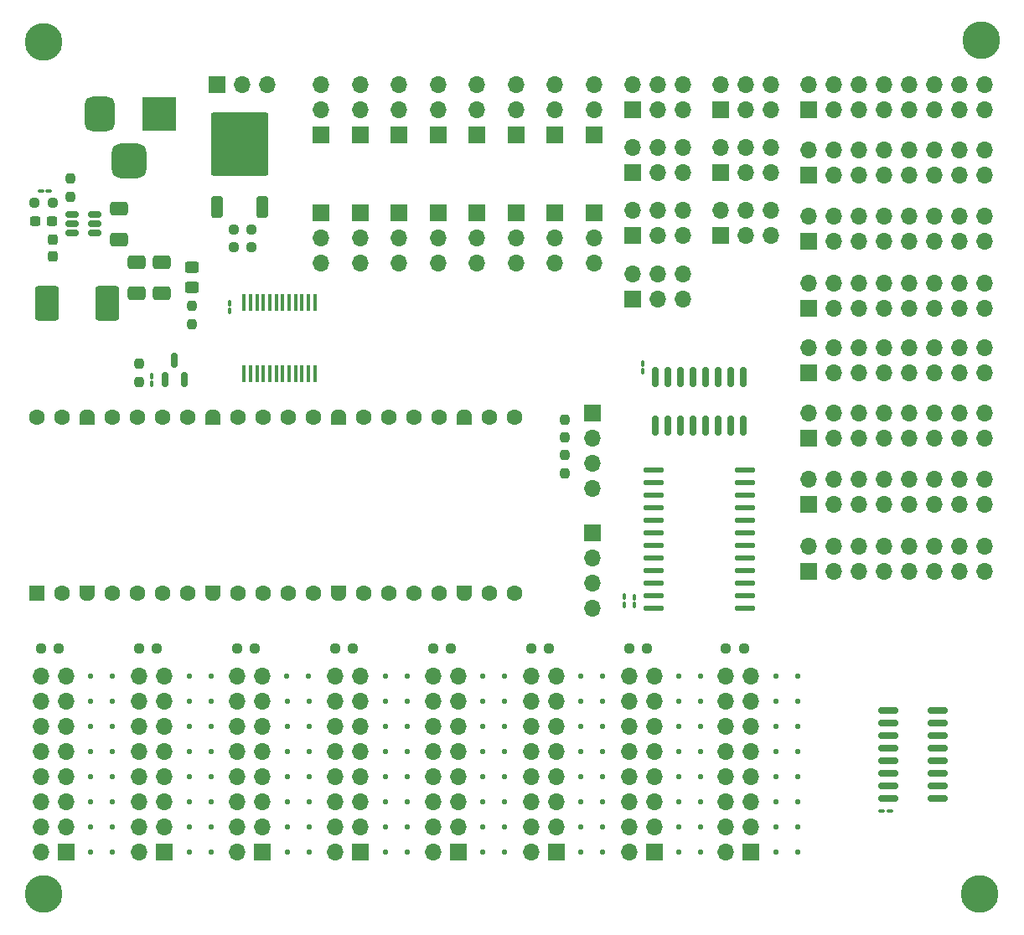
<source format=gbr>
%TF.GenerationSoftware,KiCad,Pcbnew,8.0.8*%
%TF.CreationDate,2025-03-09T11:30:45-03:00*%
%TF.ProjectId,pi_controller,70695f63-6f6e-4747-926f-6c6c65722e6b,1.0*%
%TF.SameCoordinates,Original*%
%TF.FileFunction,Soldermask,Top*%
%TF.FilePolarity,Negative*%
%FSLAX46Y46*%
G04 Gerber Fmt 4.6, Leading zero omitted, Abs format (unit mm)*
G04 Created by KiCad (PCBNEW 8.0.8) date 2025-03-09 11:30:45*
%MOMM*%
%LPD*%
G01*
G04 APERTURE LIST*
G04 Aperture macros list*
%AMRoundRect*
0 Rectangle with rounded corners*
0 $1 Rounding radius*
0 $2 $3 $4 $5 $6 $7 $8 $9 X,Y pos of 4 corners*
0 Add a 4 corners polygon primitive as box body*
4,1,4,$2,$3,$4,$5,$6,$7,$8,$9,$2,$3,0*
0 Add four circle primitives for the rounded corners*
1,1,$1+$1,$2,$3*
1,1,$1+$1,$4,$5*
1,1,$1+$1,$6,$7*
1,1,$1+$1,$8,$9*
0 Add four rect primitives between the rounded corners*
20,1,$1+$1,$2,$3,$4,$5,0*
20,1,$1+$1,$4,$5,$6,$7,0*
20,1,$1+$1,$6,$7,$8,$9,0*
20,1,$1+$1,$8,$9,$2,$3,0*%
%AMFreePoly0*
4,1,28,0.605014,0.794986,0.644504,0.794986,0.724698,0.756366,0.780194,0.686777,0.800000,0.600000,0.800000,-0.600000,0.780194,-0.686777,0.724698,-0.756366,0.644504,-0.794986,0.605014,-0.794986,0.600000,-0.800000,0.000000,-0.800000,-0.178017,-0.779942,-0.347107,-0.720775,-0.498792,-0.625465,-0.625465,-0.498792,-0.720775,-0.347107,-0.779942,-0.178017,-0.800000,0.000000,-0.779942,0.178017,
-0.720775,0.347107,-0.625465,0.498792,-0.498792,0.625465,-0.347107,0.720775,-0.178017,0.779942,0.000000,0.800000,0.600000,0.800000,0.605014,0.794986,0.605014,0.794986,$1*%
%AMFreePoly1*
4,1,28,0.178017,0.779942,0.347107,0.720775,0.498792,0.625465,0.625465,0.498792,0.720775,0.347107,0.779942,0.178017,0.800000,0.000000,0.779942,-0.178017,0.720775,-0.347107,0.625465,-0.498792,0.498792,-0.625465,0.347107,-0.720775,0.178017,-0.779942,0.000000,-0.800000,-0.600000,-0.800000,-0.605014,-0.794986,-0.644504,-0.794986,-0.724698,-0.756366,-0.780194,-0.686777,-0.800000,-0.600000,
-0.800000,0.600000,-0.780194,0.686777,-0.724698,0.756366,-0.644504,0.794986,-0.605014,0.794986,-0.600000,0.800000,0.000000,0.800000,0.178017,0.779942,0.178017,0.779942,$1*%
G04 Aperture macros list end*
%ADD10R,3.500000X3.500000*%
%ADD11RoundRect,0.750000X-0.750000X-1.000000X0.750000X-1.000000X0.750000X1.000000X-0.750000X1.000000X0*%
%ADD12RoundRect,0.875000X-0.875000X-0.875000X0.875000X-0.875000X0.875000X0.875000X-0.875000X0.875000X0*%
%ADD13RoundRect,0.200000X0.600000X-0.600000X0.600000X0.600000X-0.600000X0.600000X-0.600000X-0.600000X0*%
%ADD14C,1.600000*%
%ADD15FreePoly0,90.000000*%
%ADD16FreePoly1,90.000000*%
%ADD17C,2.600000*%
%ADD18C,3.800000*%
%ADD19R,1.700000X1.700000*%
%ADD20O,1.700000X1.700000*%
%ADD21RoundRect,0.250000X-0.925000X-1.500000X0.925000X-1.500000X0.925000X1.500000X-0.925000X1.500000X0*%
%ADD22R,0.450000X1.750000*%
%ADD23RoundRect,0.137500X-0.862500X-0.137500X0.862500X-0.137500X0.862500X0.137500X-0.862500X0.137500X0*%
%ADD24RoundRect,0.150000X0.150000X-0.825000X0.150000X0.825000X-0.150000X0.825000X-0.150000X-0.825000X0*%
%ADD25RoundRect,0.150000X0.825000X0.150000X-0.825000X0.150000X-0.825000X-0.150000X0.825000X-0.150000X0*%
%ADD26RoundRect,0.150000X0.150000X-0.587500X0.150000X0.587500X-0.150000X0.587500X-0.150000X-0.587500X0*%
%ADD27RoundRect,0.150000X0.512500X0.150000X-0.512500X0.150000X-0.512500X-0.150000X0.512500X-0.150000X0*%
%ADD28RoundRect,0.237500X0.250000X0.237500X-0.250000X0.237500X-0.250000X-0.237500X0.250000X-0.237500X0*%
%ADD29RoundRect,0.237500X-0.237500X0.250000X-0.237500X-0.250000X0.237500X-0.250000X0.237500X0.250000X0*%
%ADD30RoundRect,0.237500X-0.250000X-0.237500X0.250000X-0.237500X0.250000X0.237500X-0.250000X0.237500X0*%
%ADD31RoundRect,0.237500X0.237500X-0.250000X0.237500X0.250000X-0.237500X0.250000X-0.237500X-0.250000X0*%
%ADD32RoundRect,0.250000X0.350000X-0.850000X0.350000X0.850000X-0.350000X0.850000X-0.350000X-0.850000X0*%
%ADD33RoundRect,0.249997X2.650003X-2.950003X2.650003X2.950003X-2.650003X2.950003X-2.650003X-2.950003X0*%
%ADD34RoundRect,0.125000X0.125000X0.125000X-0.125000X0.125000X-0.125000X-0.125000X0.125000X-0.125000X0*%
%ADD35RoundRect,0.250000X-0.450000X0.325000X-0.450000X-0.325000X0.450000X-0.325000X0.450000X0.325000X0*%
%ADD36RoundRect,0.100000X-0.100000X0.217500X-0.100000X-0.217500X0.100000X-0.217500X0.100000X0.217500X0*%
%ADD37RoundRect,0.100000X0.100000X-0.217500X0.100000X0.217500X-0.100000X0.217500X-0.100000X-0.217500X0*%
%ADD38RoundRect,0.100000X-0.217500X-0.100000X0.217500X-0.100000X0.217500X0.100000X-0.217500X0.100000X0*%
%ADD39RoundRect,0.250000X-0.650000X0.412500X-0.650000X-0.412500X0.650000X-0.412500X0.650000X0.412500X0*%
%ADD40RoundRect,0.100000X0.217500X0.100000X-0.217500X0.100000X-0.217500X-0.100000X0.217500X-0.100000X0*%
%ADD41RoundRect,0.237500X-0.237500X0.300000X-0.237500X-0.300000X0.237500X-0.300000X0.237500X0.300000X0*%
%ADD42RoundRect,0.237500X-0.300000X-0.237500X0.300000X-0.237500X0.300000X0.237500X-0.300000X0.237500X0*%
%ADD43RoundRect,0.250000X0.650000X-0.412500X0.650000X0.412500X-0.650000X0.412500X-0.650000X-0.412500X0*%
G04 APERTURE END LIST*
D10*
%TO.C,J2*%
X103409000Y-66098500D03*
D11*
X97409000Y-66098500D03*
D12*
X100409000Y-70798500D03*
%TD*%
D13*
%TO.C,U4*%
X91059000Y-114554000D03*
D14*
X93599000Y-114554000D03*
D15*
X96139000Y-114554000D03*
D14*
X98679000Y-114554000D03*
X101219000Y-114554000D03*
X103759000Y-114554000D03*
X106299000Y-114554000D03*
D15*
X108839000Y-114554000D03*
D14*
X111379000Y-114554000D03*
X113919000Y-114554000D03*
X116459000Y-114554000D03*
X118999000Y-114554000D03*
D15*
X121539000Y-114554000D03*
D14*
X124079000Y-114554000D03*
X126619000Y-114554000D03*
X129159000Y-114554000D03*
X131699000Y-114554000D03*
D15*
X134239000Y-114554000D03*
D14*
X136779000Y-114554000D03*
X139319000Y-114554000D03*
X139319000Y-96774000D03*
X136779000Y-96774000D03*
D16*
X134239000Y-96774000D03*
D14*
X131699000Y-96774000D03*
X129159000Y-96774000D03*
X126619000Y-96774000D03*
X124079000Y-96774000D03*
D16*
X121539000Y-96774000D03*
D14*
X118999000Y-96774000D03*
X116459000Y-96774000D03*
X113919000Y-96774000D03*
X111379000Y-96774000D03*
D16*
X108839000Y-96774000D03*
D14*
X106299000Y-96774000D03*
X103759000Y-96774000D03*
X101219000Y-96774000D03*
X98679000Y-96774000D03*
D16*
X96139000Y-96774000D03*
D14*
X93599000Y-96774000D03*
X91059000Y-96774000D03*
%TD*%
D17*
%TO.C,H3*%
X91694000Y-144907000D03*
D18*
X91694000Y-144907000D03*
%TD*%
D17*
%TO.C,H2*%
X186436000Y-58674000D03*
D18*
X186436000Y-58674000D03*
%TD*%
D17*
%TO.C,H1*%
X91694000Y-58801000D03*
D18*
X91694000Y-58801000D03*
%TD*%
D17*
%TO.C,H4*%
X186309000Y-144907000D03*
D18*
X186309000Y-144907000D03*
%TD*%
D19*
%TO.C,J23*%
X160147000Y-65659000D03*
D20*
X160147000Y-63119000D03*
X162687000Y-65659000D03*
X162687000Y-63119000D03*
X165227000Y-65659000D03*
X165227000Y-63119000D03*
%TD*%
D19*
%TO.C,J22*%
X151257000Y-65659000D03*
D20*
X151257000Y-63119000D03*
X153797000Y-65659000D03*
X153797000Y-63119000D03*
X156337000Y-65659000D03*
X156337000Y-63119000D03*
%TD*%
D19*
%TO.C,J21*%
X151272000Y-78363999D03*
D20*
X151272000Y-75823999D03*
X153812000Y-78363999D03*
X153812000Y-75823999D03*
X156352000Y-78363999D03*
X156352000Y-75823999D03*
%TD*%
D19*
%TO.C,J20*%
X160147000Y-72009000D03*
D20*
X160147000Y-69469000D03*
X162687000Y-72009000D03*
X162687000Y-69469000D03*
X165227000Y-72009000D03*
X165227000Y-69469000D03*
%TD*%
D19*
%TO.C,J19*%
X160147000Y-78359000D03*
D20*
X160147000Y-75819000D03*
X162687000Y-78359000D03*
X162687000Y-75819000D03*
X165227000Y-78359000D03*
X165227000Y-75819000D03*
%TD*%
D19*
%TO.C,J18*%
X151257000Y-72009000D03*
D20*
X151257000Y-69469000D03*
X153797000Y-72009000D03*
X153797000Y-69469000D03*
X156337000Y-72009000D03*
X156337000Y-69469000D03*
%TD*%
D19*
%TO.C,J17*%
X151272000Y-84756332D03*
D20*
X151272000Y-82216332D03*
X153812000Y-84756332D03*
X153812000Y-82216332D03*
X156352000Y-84756332D03*
X156352000Y-82216332D03*
%TD*%
%TO.C,J43*%
X160688000Y-122936000D03*
X163228000Y-122936000D03*
X160688000Y-125476000D03*
X163228000Y-125476000D03*
X160688000Y-128016000D03*
X163228000Y-128016000D03*
X160688000Y-130556000D03*
X163228000Y-130556000D03*
X160688000Y-133096000D03*
X163228000Y-133096000D03*
X160688000Y-135636000D03*
X163228000Y-135636000D03*
X160688000Y-138176000D03*
X163228000Y-138176000D03*
X160688000Y-140716000D03*
D19*
X163228000Y-140716000D03*
%TD*%
%TO.C,J42*%
X153416000Y-140716000D03*
D20*
X150876000Y-140716000D03*
X153416000Y-138176000D03*
X150876000Y-138176000D03*
X153416000Y-135636000D03*
X150876000Y-135636000D03*
X153416000Y-133096000D03*
X150876000Y-133096000D03*
X153416000Y-130556000D03*
X150876000Y-130556000D03*
X153416000Y-128016000D03*
X150876000Y-128016000D03*
X153416000Y-125476000D03*
X150876000Y-125476000D03*
X153416000Y-122936000D03*
X150876000Y-122936000D03*
%TD*%
D19*
%TO.C,J41*%
X143510000Y-140716000D03*
D20*
X140970000Y-140716000D03*
X143510000Y-138176000D03*
X140970000Y-138176000D03*
X143510000Y-135636000D03*
X140970000Y-135636000D03*
X143510000Y-133096000D03*
X140970000Y-133096000D03*
X143510000Y-130556000D03*
X140970000Y-130556000D03*
X143510000Y-128016000D03*
X140970000Y-128016000D03*
X143510000Y-125476000D03*
X140970000Y-125476000D03*
X143510000Y-122936000D03*
X140970000Y-122936000D03*
%TD*%
D19*
%TO.C,J40*%
X123698000Y-140700210D03*
D20*
X121158000Y-140700210D03*
X123698000Y-138160210D03*
X121158000Y-138160210D03*
X123698000Y-135620210D03*
X121158000Y-135620210D03*
X123698000Y-133080210D03*
X121158000Y-133080210D03*
X123698000Y-130540210D03*
X121158000Y-130540210D03*
X123698000Y-128000210D03*
X121158000Y-128000210D03*
X123698000Y-125460210D03*
X121158000Y-125460210D03*
X123698000Y-122920210D03*
X121158000Y-122920210D03*
%TD*%
%TO.C,J37*%
X101346000Y-122936000D03*
X103886000Y-122936000D03*
X101346000Y-125476000D03*
X103886000Y-125476000D03*
X101346000Y-128016000D03*
X103886000Y-128016000D03*
X101346000Y-130556000D03*
X103886000Y-130556000D03*
X101346000Y-133096000D03*
X103886000Y-133096000D03*
X101346000Y-135636000D03*
X103886000Y-135636000D03*
X101346000Y-138176000D03*
X103886000Y-138176000D03*
X101346000Y-140716000D03*
D19*
X103886000Y-140716000D03*
%TD*%
D20*
%TO.C,J36*%
X91440000Y-122936000D03*
X93980000Y-122936000D03*
X91440000Y-125476000D03*
X93980000Y-125476000D03*
X91440000Y-128016000D03*
X93980000Y-128016000D03*
X91440000Y-130556000D03*
X93980000Y-130556000D03*
X91440000Y-133096000D03*
X93980000Y-133096000D03*
X91440000Y-135636000D03*
X93980000Y-135636000D03*
X91440000Y-138176000D03*
X93980000Y-138176000D03*
X91440000Y-140716000D03*
D19*
X93980000Y-140716000D03*
%TD*%
D21*
%TO.C,L1*%
X92075000Y-85257011D03*
X98125000Y-85257011D03*
%TD*%
D22*
%TO.C,U2*%
X111995000Y-92373000D03*
X112645000Y-92373000D03*
X113295000Y-92373000D03*
X113945000Y-92373000D03*
X114595000Y-92373000D03*
X115245000Y-92373000D03*
X115895000Y-92373000D03*
X116545000Y-92373000D03*
X117195000Y-92373000D03*
X117845000Y-92373000D03*
X118495000Y-92373000D03*
X119145000Y-92373000D03*
X119145000Y-85173000D03*
X118495000Y-85173000D03*
X117845000Y-85173000D03*
X117195000Y-85173000D03*
X116545000Y-85173000D03*
X115895000Y-85173000D03*
X115245000Y-85173000D03*
X114595000Y-85173000D03*
X113945000Y-85173000D03*
X113295000Y-85173000D03*
X112645000Y-85173000D03*
X111995000Y-85173000D03*
%TD*%
D23*
%TO.C,U6*%
X162638000Y-102108000D03*
X162638000Y-103378000D03*
X162638000Y-104648000D03*
X162638000Y-105918000D03*
X162638000Y-107188000D03*
X162638000Y-108458000D03*
X162638000Y-109728000D03*
X162638000Y-110998000D03*
X162638000Y-112268000D03*
X162638000Y-113538000D03*
X162638000Y-114808000D03*
X162638000Y-116078000D03*
X153338000Y-116078000D03*
X153338000Y-114808000D03*
X153338000Y-113538000D03*
X153338000Y-112268000D03*
X153338000Y-110998000D03*
X153338000Y-109728000D03*
X153338000Y-108458000D03*
X153338000Y-107188000D03*
X153338000Y-105918000D03*
X153338000Y-104648000D03*
X153338000Y-103378000D03*
X153338000Y-102108000D03*
%TD*%
D24*
%TO.C,U5*%
X153543000Y-97598000D03*
X154813000Y-97598000D03*
X156083000Y-97598000D03*
X157353000Y-97598000D03*
X158623000Y-97598000D03*
X159893000Y-97598000D03*
X161163000Y-97598000D03*
X162433000Y-97598000D03*
X162433000Y-92648000D03*
X161163000Y-92648000D03*
X159893000Y-92648000D03*
X158623000Y-92648000D03*
X157353000Y-92648000D03*
X156083000Y-92648000D03*
X154813000Y-92648000D03*
X153543000Y-92648000D03*
%TD*%
D25*
%TO.C,U7*%
X182053000Y-135255000D03*
X182053000Y-133985000D03*
X182053000Y-132715000D03*
X182053000Y-131445000D03*
X182053000Y-130175000D03*
X182053000Y-128905000D03*
X182053000Y-127635000D03*
X182053000Y-126365000D03*
X177103000Y-126365000D03*
X177103000Y-127635000D03*
X177103000Y-128905000D03*
X177103000Y-130175000D03*
X177103000Y-131445000D03*
X177103000Y-132715000D03*
X177103000Y-133985000D03*
X177103000Y-135255000D03*
%TD*%
D26*
%TO.C,U3*%
X104018000Y-92885500D03*
X105918000Y-92885500D03*
X104968000Y-91010500D03*
%TD*%
D27*
%TO.C,U1*%
X96890000Y-78122011D03*
X96890000Y-77172011D03*
X96890000Y-76222011D03*
X94615000Y-76222011D03*
X94615000Y-77172011D03*
X94615000Y-78122011D03*
%TD*%
D28*
%TO.C,R15*%
X160655000Y-120142000D03*
X162480000Y-120142000D03*
%TD*%
%TO.C,R14*%
X152701000Y-120142000D03*
X150876000Y-120142000D03*
%TD*%
%TO.C,R16*%
X142795000Y-120142000D03*
X140970000Y-120142000D03*
%TD*%
%TO.C,R13*%
X132889000Y-120142000D03*
X131064000Y-120142000D03*
%TD*%
%TO.C,R12*%
X122983000Y-120126210D03*
X121158000Y-120126210D03*
%TD*%
%TO.C,R11*%
X103171000Y-120142000D03*
X101346000Y-120142000D03*
%TD*%
%TO.C,R9*%
X93265000Y-120142000D03*
X91440000Y-120142000D03*
%TD*%
D29*
%TO.C,R6*%
X101346000Y-91338000D03*
X101346000Y-93163000D03*
%TD*%
D28*
%TO.C,R5*%
X112767500Y-79537000D03*
X110942500Y-79537000D03*
%TD*%
D29*
%TO.C,R4*%
X106680000Y-85515500D03*
X106680000Y-87340500D03*
%TD*%
D30*
%TO.C,R3*%
X110942500Y-77759000D03*
X112767500Y-77759000D03*
%TD*%
D28*
%TO.C,R2*%
X92633344Y-75063384D03*
X90808344Y-75063384D03*
%TD*%
D29*
%TO.C,R1*%
X94424338Y-74452127D03*
X94424338Y-72627127D03*
%TD*%
D31*
%TO.C,R8*%
X144399000Y-98806000D03*
X144399000Y-96981000D03*
%TD*%
D29*
%TO.C,R7*%
X144399000Y-100560500D03*
X144399000Y-102385500D03*
%TD*%
D32*
%TO.C,Q1*%
X113858500Y-75447000D03*
D33*
X111578500Y-69147000D03*
D32*
X109298500Y-75447000D03*
%TD*%
D19*
%TO.C,J25*%
X147320000Y-68199000D03*
D20*
X147320000Y-65659000D03*
X147320000Y-63119000D03*
%TD*%
D19*
%TO.C,J14*%
X139446000Y-68229000D03*
D20*
X139446000Y-65689000D03*
X139446000Y-63149000D03*
%TD*%
D19*
%TO.C,J3*%
X131572000Y-68229000D03*
D20*
X131572000Y-65689000D03*
X131572000Y-63149000D03*
%TD*%
D19*
%TO.C,J13*%
X123698000Y-68199000D03*
D20*
X123698000Y-65659000D03*
X123698000Y-63119000D03*
%TD*%
D19*
%TO.C,J12*%
X119761000Y-76118000D03*
D20*
X119761000Y-78658000D03*
X119761000Y-81198000D03*
%TD*%
D19*
%TO.C,J11*%
X127635000Y-76118000D03*
D20*
X127635000Y-78658000D03*
X127635000Y-81198000D03*
%TD*%
D19*
%TO.C,J10*%
X135509000Y-76118000D03*
D20*
X135509000Y-78658000D03*
X135509000Y-81198000D03*
%TD*%
D19*
%TO.C,J16*%
X143383000Y-76118000D03*
D20*
X143383000Y-78658000D03*
X143383000Y-81198000D03*
%TD*%
D19*
%TO.C,J15*%
X143383000Y-68199000D03*
D20*
X143383000Y-65659000D03*
X143383000Y-63119000D03*
%TD*%
D19*
%TO.C,J9*%
X135509000Y-68229000D03*
D20*
X135509000Y-65689000D03*
X135509000Y-63149000D03*
%TD*%
D19*
%TO.C,J6*%
X127635000Y-68229000D03*
D20*
X127635000Y-65689000D03*
X127635000Y-63149000D03*
%TD*%
D19*
%TO.C,J5*%
X119761000Y-68199000D03*
D20*
X119761000Y-65659000D03*
X119761000Y-63119000D03*
%TD*%
D19*
%TO.C,J4*%
X123698000Y-76118000D03*
D20*
X123698000Y-78658000D03*
X123698000Y-81198000D03*
%TD*%
D19*
%TO.C,J7*%
X131572000Y-76118000D03*
D20*
X131572000Y-78658000D03*
X131572000Y-81198000D03*
%TD*%
D19*
%TO.C,J8*%
X139446000Y-76118000D03*
D20*
X139446000Y-78658000D03*
X139446000Y-81198000D03*
%TD*%
D19*
%TO.C,J24*%
X147320000Y-76118000D03*
D20*
X147320000Y-78658000D03*
X147320000Y-81198000D03*
%TD*%
%TO.C,J1*%
X114315000Y-63119000D03*
X111775000Y-63119000D03*
D19*
X109235000Y-63119000D03*
%TD*%
%TO.C,J31*%
X147193000Y-108458000D03*
D20*
X147193000Y-110998000D03*
X147193000Y-113538000D03*
X147193000Y-116078000D03*
%TD*%
%TO.C,J30*%
X147193000Y-103896000D03*
X147193000Y-101356000D03*
X147193000Y-98816000D03*
D19*
X147193000Y-96276000D03*
%TD*%
D34*
%TO.C,D54*%
X165768000Y-122936000D03*
X167968000Y-122936000D03*
%TD*%
%TO.C,D47*%
X158151000Y-122936000D03*
X155951000Y-122936000D03*
%TD*%
%TO.C,D52*%
X165768000Y-125476000D03*
X167968000Y-125476000D03*
%TD*%
%TO.C,D37*%
X158151000Y-125476000D03*
X155951000Y-125476000D03*
%TD*%
%TO.C,D53*%
X165768000Y-128016000D03*
X167968000Y-128016000D03*
%TD*%
%TO.C,D49*%
X158151000Y-128016000D03*
X155951000Y-128016000D03*
%TD*%
%TO.C,D51*%
X165768000Y-130556000D03*
X167968000Y-130556000D03*
%TD*%
%TO.C,D39*%
X158151000Y-130556000D03*
X155951000Y-130556000D03*
%TD*%
%TO.C,D55*%
X165768000Y-133096000D03*
X167968000Y-133096000D03*
%TD*%
%TO.C,D38*%
X158151000Y-133096000D03*
X155951000Y-133096000D03*
%TD*%
%TO.C,D57*%
X165768000Y-135636000D03*
X167968000Y-135636000D03*
%TD*%
%TO.C,D50*%
X158151000Y-135636000D03*
X155951000Y-135636000D03*
%TD*%
%TO.C,D56*%
X165768000Y-138176000D03*
X167968000Y-138176000D03*
%TD*%
%TO.C,D48*%
X158151000Y-138176000D03*
X155951000Y-138176000D03*
%TD*%
%TO.C,D65*%
X165768000Y-140716000D03*
X167968000Y-140716000D03*
%TD*%
%TO.C,D63*%
X158151000Y-140716000D03*
X155951000Y-140716000D03*
%TD*%
%TO.C,D46*%
X148245163Y-122936000D03*
X146045163Y-122936000D03*
%TD*%
%TO.C,D19*%
X138334000Y-122936000D03*
X136134000Y-122936000D03*
%TD*%
%TO.C,D16*%
X126238000Y-122920210D03*
X128438000Y-122920210D03*
%TD*%
%TO.C,D45*%
X148245000Y-125476000D03*
X146045000Y-125476000D03*
%TD*%
%TO.C,D17*%
X138334000Y-125476000D03*
X136134000Y-125476000D03*
%TD*%
%TO.C,D18*%
X126238000Y-125460210D03*
X128438000Y-125460210D03*
%TD*%
%TO.C,D44*%
X148245000Y-128016000D03*
X146045000Y-128016000D03*
%TD*%
%TO.C,D20*%
X138334000Y-128016000D03*
X136134000Y-128016000D03*
%TD*%
%TO.C,D21*%
X126238000Y-128000210D03*
X128438000Y-128000210D03*
%TD*%
%TO.C,D43*%
X148245000Y-130556000D03*
X146045000Y-130556000D03*
%TD*%
%TO.C,D22*%
X138334000Y-130556000D03*
X136134000Y-130556000D03*
%TD*%
%TO.C,D23*%
X126238000Y-130540210D03*
X128438000Y-130540210D03*
%TD*%
%TO.C,D42*%
X148245000Y-133096000D03*
X146045000Y-133096000D03*
%TD*%
%TO.C,D24*%
X138334000Y-133096000D03*
X136134000Y-133096000D03*
%TD*%
%TO.C,D25*%
X126238000Y-133080210D03*
X128438000Y-133080210D03*
%TD*%
%TO.C,D41*%
X148245000Y-135636000D03*
X146045000Y-135636000D03*
%TD*%
%TO.C,D27*%
X138334000Y-135636000D03*
X136134000Y-135636000D03*
%TD*%
%TO.C,D28*%
X126238000Y-135620210D03*
X128438000Y-135620210D03*
%TD*%
%TO.C,D40*%
X148245000Y-138176000D03*
X146045000Y-138176000D03*
%TD*%
%TO.C,D30*%
X138334000Y-138176000D03*
X136134000Y-138176000D03*
%TD*%
%TO.C,D31*%
X126238000Y-138160210D03*
X128438000Y-138160210D03*
%TD*%
%TO.C,D64*%
X148245000Y-140716000D03*
X146045000Y-140716000D03*
%TD*%
%TO.C,D61*%
X138334000Y-140716000D03*
X136134000Y-140716000D03*
%TD*%
%TO.C,D62*%
X128438000Y-140700210D03*
X126238000Y-140700210D03*
%TD*%
%TO.C,D4*%
X106426000Y-122936000D03*
X108626000Y-122936000D03*
%TD*%
%TO.C,D3*%
X98715000Y-122936000D03*
X96515000Y-122936000D03*
%TD*%
%TO.C,D15*%
X106426000Y-125476000D03*
X108626000Y-125476000D03*
%TD*%
%TO.C,D5*%
X98715000Y-125476000D03*
X96515000Y-125476000D03*
%TD*%
%TO.C,D6*%
X108626000Y-128016000D03*
X106426000Y-128016000D03*
%TD*%
%TO.C,D7*%
X98715000Y-128016000D03*
X96515000Y-128016000D03*
%TD*%
%TO.C,D8*%
X106426000Y-130556000D03*
X108626000Y-130556000D03*
%TD*%
%TO.C,D9*%
X98715000Y-130556000D03*
X96515000Y-130556000D03*
%TD*%
%TO.C,D10*%
X106426000Y-133096000D03*
X108626000Y-133096000D03*
%TD*%
%TO.C,D11*%
X98715000Y-133096000D03*
X96515000Y-133096000D03*
%TD*%
%TO.C,D14*%
X106426000Y-135636000D03*
X108626000Y-135636000D03*
%TD*%
%TO.C,D2*%
X98715000Y-135636000D03*
X96515000Y-135636000D03*
%TD*%
%TO.C,D13*%
X106426000Y-138176000D03*
X108626000Y-138176000D03*
%TD*%
%TO.C,D12*%
X98715000Y-138176000D03*
X96515000Y-138176000D03*
%TD*%
%TO.C,D59*%
X106426000Y-140716000D03*
X108626000Y-140716000D03*
%TD*%
%TO.C,D58*%
X96515000Y-140716000D03*
X98715000Y-140716000D03*
%TD*%
D35*
%TO.C,D1*%
X106680000Y-83643000D03*
X106680000Y-81593000D03*
%TD*%
D36*
%TO.C,C1*%
X110490000Y-85183000D03*
X110490000Y-85998000D03*
%TD*%
%TO.C,C10*%
X150368000Y-115672000D03*
X150368000Y-114857000D03*
%TD*%
%TO.C,C11*%
X151384000Y-115723500D03*
X151384000Y-114908500D03*
%TD*%
D37*
%TO.C,C9*%
X152273000Y-91286500D03*
X152273000Y-92101500D03*
%TD*%
D38*
%TO.C,C12*%
X176403000Y-136525000D03*
X177218000Y-136525000D03*
%TD*%
D37*
%TO.C,C8*%
X102616000Y-93368500D03*
X102616000Y-92553500D03*
%TD*%
D39*
%TO.C,C3*%
X101092000Y-81076000D03*
X101092000Y-84201000D03*
%TD*%
%TO.C,C2*%
X103639244Y-81072946D03*
X103639244Y-84197946D03*
%TD*%
D40*
%TO.C,C7*%
X91466000Y-73852011D03*
X92281000Y-73852011D03*
%TD*%
D41*
%TO.C,C6*%
X92638432Y-78782030D03*
X92638432Y-80507030D03*
%TD*%
D42*
%TO.C,C5*%
X90858344Y-76946854D03*
X92583344Y-76946854D03*
%TD*%
D43*
%TO.C,C4*%
X99384096Y-78803123D03*
X99384096Y-75678123D03*
%TD*%
D20*
%TO.C,J39*%
X131064000Y-122936000D03*
X133604000Y-122936000D03*
X131064000Y-125476000D03*
X133604000Y-125476000D03*
X131064000Y-128016000D03*
X133604000Y-128016000D03*
X131064000Y-130556000D03*
X133604000Y-130556000D03*
X131064000Y-133096000D03*
X133604000Y-133096000D03*
X131064000Y-135636000D03*
X133604000Y-135636000D03*
X131064000Y-138176000D03*
X133604000Y-138176000D03*
X131064000Y-140716000D03*
D19*
X133604000Y-140716000D03*
%TD*%
D34*
%TO.C,D26*%
X116332000Y-128016000D03*
X118532000Y-128016000D03*
%TD*%
D28*
%TO.C,R10*%
X111252000Y-120142000D03*
X113077000Y-120142000D03*
%TD*%
D34*
%TO.C,D29*%
X118532000Y-125476000D03*
X116332000Y-125476000D03*
%TD*%
%TO.C,D32*%
X116332000Y-133096000D03*
X118532000Y-133096000D03*
%TD*%
%TO.C,D33*%
X118532000Y-135636000D03*
X116332000Y-135636000D03*
%TD*%
%TO.C,D34*%
X116332000Y-130556000D03*
X118532000Y-130556000D03*
%TD*%
%TO.C,D35*%
X116327000Y-122936000D03*
X118527000Y-122936000D03*
%TD*%
%TO.C,D36*%
X118532000Y-138176000D03*
X116332000Y-138176000D03*
%TD*%
%TO.C,D60*%
X118532000Y-140716000D03*
X116332000Y-140716000D03*
%TD*%
D19*
%TO.C,J38*%
X113792000Y-140716000D03*
D20*
X111252000Y-140716000D03*
X113792000Y-138176000D03*
X111252000Y-138176000D03*
X113792000Y-135636000D03*
X111252000Y-135636000D03*
X113792000Y-133096000D03*
X111252000Y-133096000D03*
X113792000Y-130556000D03*
X111252000Y-130556000D03*
X113792000Y-128016000D03*
X111252000Y-128016000D03*
X113792000Y-125476000D03*
X111252000Y-125476000D03*
X113792000Y-122936000D03*
X111252000Y-122936000D03*
%TD*%
%TO.C,J27*%
X186817000Y-83190000D03*
X186817000Y-85730000D03*
X184277000Y-83190000D03*
X184277000Y-85730000D03*
X181737000Y-83190000D03*
X181737000Y-85730000D03*
X179197000Y-83190000D03*
X179197000Y-85730000D03*
X176657000Y-83190000D03*
X176657000Y-85730000D03*
X174117000Y-83190000D03*
X174117000Y-85730000D03*
X171577000Y-83190000D03*
X171577000Y-85730000D03*
X169037000Y-83190000D03*
D19*
X169037000Y-85730000D03*
%TD*%
D20*
%TO.C,J28*%
X186817000Y-69723000D03*
X186817000Y-72263000D03*
X184277000Y-69723000D03*
X184277000Y-72263000D03*
X181737000Y-69723000D03*
X181737000Y-72263000D03*
X179197000Y-69723000D03*
X179197000Y-72263000D03*
X176657000Y-69723000D03*
X176657000Y-72263000D03*
X174117000Y-69723000D03*
X174117000Y-72263000D03*
X171577000Y-69723000D03*
X171577000Y-72263000D03*
X169037000Y-69723000D03*
D19*
X169037000Y-72263000D03*
%TD*%
D20*
%TO.C,J35*%
X186817000Y-89667000D03*
X186817000Y-92207000D03*
X184277000Y-89667000D03*
X184277000Y-92207000D03*
X181737000Y-89667000D03*
X181737000Y-92207000D03*
X179197000Y-89667000D03*
X179197000Y-92207000D03*
X176657000Y-89667000D03*
X176657000Y-92207000D03*
X174117000Y-89667000D03*
X174117000Y-92207000D03*
X171577000Y-89667000D03*
X171577000Y-92207000D03*
X169037000Y-89667000D03*
D19*
X169037000Y-92207000D03*
%TD*%
D20*
%TO.C,J29*%
X186817000Y-63119000D03*
X186817000Y-65659000D03*
X184277000Y-63119000D03*
X184277000Y-65659000D03*
X181737000Y-63119000D03*
X181737000Y-65659000D03*
X179197000Y-63119000D03*
X179197000Y-65659000D03*
X176657000Y-63119000D03*
X176657000Y-65659000D03*
X174117000Y-63119000D03*
X174117000Y-65659000D03*
X171577000Y-63119000D03*
X171577000Y-65659000D03*
X169037000Y-63119000D03*
D19*
X169037000Y-65659000D03*
%TD*%
D20*
%TO.C,J34*%
X186817000Y-103002000D03*
X186817000Y-105542000D03*
X184277000Y-103002000D03*
X184277000Y-105542000D03*
X181737000Y-103002000D03*
X181737000Y-105542000D03*
X179197000Y-103002000D03*
X179197000Y-105542000D03*
X176657000Y-103002000D03*
X176657000Y-105542000D03*
X174117000Y-103002000D03*
X174117000Y-105542000D03*
X171577000Y-103002000D03*
X171577000Y-105542000D03*
X169037000Y-103002000D03*
D19*
X169037000Y-105542000D03*
%TD*%
D20*
%TO.C,J26*%
X186817000Y-76454000D03*
X186817000Y-78994000D03*
X184277000Y-76454000D03*
X184277000Y-78994000D03*
X181737000Y-76454000D03*
X181737000Y-78994000D03*
X179197000Y-76454000D03*
X179197000Y-78994000D03*
X176657000Y-76454000D03*
X176657000Y-78994000D03*
X174117000Y-76454000D03*
X174117000Y-78994000D03*
X171577000Y-76454000D03*
X171577000Y-78994000D03*
X169037000Y-76454000D03*
D19*
X169037000Y-78994000D03*
%TD*%
D20*
%TO.C,J33*%
X186817000Y-109733000D03*
X186817000Y-112273000D03*
X184277000Y-109733000D03*
X184277000Y-112273000D03*
X181737000Y-109733000D03*
X181737000Y-112273000D03*
X179197000Y-109733000D03*
X179197000Y-112273000D03*
X176657000Y-109733000D03*
X176657000Y-112273000D03*
X174117000Y-109733000D03*
X174117000Y-112273000D03*
X171577000Y-109733000D03*
X171577000Y-112273000D03*
X169037000Y-109733000D03*
D19*
X169037000Y-112273000D03*
%TD*%
D20*
%TO.C,J32*%
X186817000Y-96271000D03*
X186817000Y-98811000D03*
X184277000Y-96271000D03*
X184277000Y-98811000D03*
X181737000Y-96271000D03*
X181737000Y-98811000D03*
X179197000Y-96271000D03*
X179197000Y-98811000D03*
X176657000Y-96271000D03*
X176657000Y-98811000D03*
X174117000Y-96271000D03*
X174117000Y-98811000D03*
X171577000Y-96271000D03*
X171577000Y-98811000D03*
X169037000Y-96271000D03*
D19*
X169037000Y-98811000D03*
%TD*%
M02*

</source>
